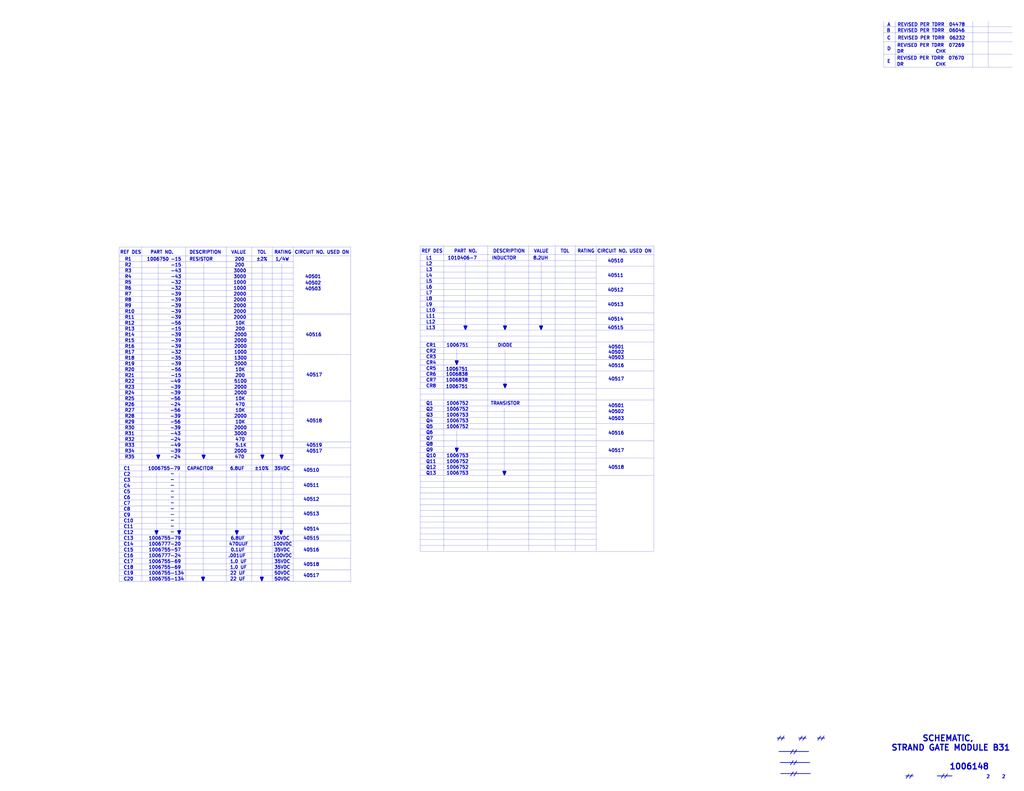
<source format=kicad_sch>
(kicad_sch (version 20211123) (generator eeschema)
  (paper "E")
  (lib_symbols)
  (polyline (pts (xy 130.175 355.6) (xy 320.04 355.6)) (stroke (width 0) (type solid)))
  (polyline (pts (xy 458.47 589.28) (xy 650.875 589.28)) (stroke (width 0) (type solid)))
  (polyline (pts (xy 964.311 23.241) (xy 964.311 73.279)) (stroke (width 0) (type solid)))
  (polyline (pts (xy 130.175 590.55) (xy 382.905 590.55)) (stroke (width 0) (type solid)))
  (polyline (pts (xy 458.47 544.83) (xy 650.875 544.83)) (stroke (width 0) (type solid)))
  (polyline (pts (xy 305.435 579.755) (xy 307.975 579.755)) (stroke (width 1.524) (type solid)))
  (polyline (pts (xy 508 286.385) (xy 508 359.41)) (stroke (width 0) (type solid)))
  (polyline (pts (xy 458.47 360.68) (xy 713.74 360.68)) (stroke (width 0) (type solid)))
  (polyline (pts (xy 551.18 381.635) (xy 551.18 422.91)) (stroke (width 0) (type solid)))
  (polyline (pts (xy 130.175 501.65) (xy 320.04 501.65)) (stroke (width 0) (type solid)))
  (polyline (pts (xy 130.175 342.9) (xy 382.905 342.9)) (stroke (width 0) (type solid)))
  (polyline (pts (xy 552.45 356.235) (xy 551.18 359.41)) (stroke (width 1.524) (type solid)))
  (polyline (pts (xy 458.47 424.18) (xy 713.74 424.18)) (stroke (width 0) (type solid)))
  (polyline (pts (xy 130.175 368.3) (xy 320.04 368.3)) (stroke (width 0) (type solid)))
  (polyline (pts (xy 130.175 584.2) (xy 382.905 584.2)) (stroke (width 0) (type solid)))
  (polyline (pts (xy 458.47 398.78) (xy 650.875 398.78)) (stroke (width 0) (type solid)))
  (polyline (pts (xy 497.205 394.335) (xy 499.745 394.335)) (stroke (width 1.524) (type solid)))
  (polyline (pts (xy 591.82 356.235) (xy 590.55 359.41)) (stroke (width 1.524) (type solid)))
  (polyline (pts (xy 458.47 481.33) (xy 713.74 481.33)) (stroke (width 0) (type solid)))
  (polyline (pts (xy 130.175 285.75) (xy 320.04 285.75)) (stroke (width 0) (type solid)))
  (polyline (pts (xy 130.175 514.35) (xy 320.04 514.35)) (stroke (width 0) (type solid)))
  (polyline (pts (xy 509.27 356.235) (xy 508 359.41)) (stroke (width 1.524) (type solid)))
  (polyline (pts (xy 285.75 515.62) (xy 285.75 633.73)) (stroke (width 0) (type solid)))
  (polyline (pts (xy 552.45 419.735) (xy 551.18 422.91)) (stroke (width 1.524) (type solid)))
  (polyline (pts (xy 320.04 269.875) (xy 320.04 635)) (stroke (width 0) (type solid)))
  (polyline (pts (xy 458.47 328.93) (xy 650.875 328.93)) (stroke (width 0) (type solid)))
  (polyline (pts (xy 130.175 349.25) (xy 320.04 349.25)) (stroke (width 0) (type solid)))
  (polyline (pts (xy 195.58 516.255) (xy 195.58 582.93)) (stroke (width 0) (type solid)))
  (polyline (pts (xy 458.47 468.63) (xy 650.875 468.63)) (stroke (width 0) (type solid)))
  (polyline (pts (xy 458.47 576.58) (xy 650.875 576.58)) (stroke (width 0) (type solid)))
  (polyline (pts (xy 498.475 492.76) (xy 497.205 489.585)) (stroke (width 1.524) (type solid)))
  (polyline (pts (xy 577.215 267.97) (xy 577.215 601.345)) (stroke (width 0) (type solid)))
  (polyline (pts (xy 307.34 287.655) (xy 307.34 500.38)) (stroke (width 0) (type solid)))
  (polyline (pts (xy 458.47 297.18) (xy 650.875 297.18)) (stroke (width 0) (type solid)))
  (polyline (pts (xy 130.175 419.1) (xy 320.04 419.1)) (stroke (width 0) (type solid)))
  (polyline (pts (xy 458.47 506.73) (xy 650.875 506.73)) (stroke (width 0) (type solid)))
  (polyline (pts (xy 130.175 317.5) (xy 320.04 317.5)) (stroke (width 0) (type solid)))
  (polyline (pts (xy 458.47 519.43) (xy 713.74 519.43)) (stroke (width 0) (type solid)))
  (polyline (pts (xy 130.175 400.05) (xy 320.04 400.05)) (stroke (width 0) (type solid)))
  (polyline (pts (xy 549.91 356.235) (xy 552.45 356.235)) (stroke (width 1.524) (type solid)))
  (polyline (pts (xy 605.79 267.97) (xy 605.79 601.345)) (stroke (width 0) (type solid)))
  (polyline (pts (xy 172.72 500.38) (xy 171.45 497.205)) (stroke (width 1.524) (type solid)))
  (polyline (pts (xy 306.705 582.93) (xy 305.435 579.755)) (stroke (width 1.524) (type solid)))
  (polyline (pts (xy 458.47 430.53) (xy 650.875 430.53)) (stroke (width 0) (type solid)))
  (polyline (pts (xy 1078.611 23.241) (xy 1078.611 73.279)) (stroke (width 0) (type solid)))
  (polyline (pts (xy 458.47 462.28) (xy 713.74 462.28)) (stroke (width 0) (type solid)))
  (polyline (pts (xy 130.175 469.9) (xy 320.04 469.9)) (stroke (width 0) (type solid)))
  (polyline (pts (xy 130.175 292.1) (xy 320.04 292.1)) (stroke (width 0) (type solid)))
  (polyline (pts (xy 257.175 579.755) (xy 259.715 579.755)) (stroke (width 1.524) (type solid)))
  (polyline (pts (xy 130.175 431.8) (xy 320.04 431.8)) (stroke (width 0) (type solid)))
  (polyline (pts (xy 458.47 595.63) (xy 650.875 595.63)) (stroke (width 0) (type solid)))
  (polyline (pts (xy 589.28 356.235) (xy 591.82 356.235)) (stroke (width 1.524) (type solid)))
  (polyline (pts (xy 130.175 374.65) (xy 320.04 374.65)) (stroke (width 0) (type solid)))
  (polyline (pts (xy 306.07 497.205) (xy 308.61 497.205)) (stroke (width 1.524) (type solid)))
  (polyline (pts (xy 458.47 487.68) (xy 650.875 487.68)) (stroke (width 0) (type solid)))
  (polyline (pts (xy 458.47 443.23) (xy 650.875 443.23)) (stroke (width 0) (type solid)))
  (polyline (pts (xy 458.47 347.98) (xy 650.875 347.98)) (stroke (width 0) (type solid)))
  (polyline (pts (xy 130.175 298.45) (xy 320.04 298.45)) (stroke (width 0) (type solid)))
  (polyline (pts (xy 964.311 29.21) (xy 1104.9 29.21)) (stroke (width 0) (type solid)))
  (polyline (pts (xy 306.705 516.255) (xy 306.705 582.93)) (stroke (width 0) (type solid)))
  (polyline (pts (xy 458.47 557.53) (xy 650.875 557.53)) (stroke (width 0) (type solid)))
  (polyline (pts (xy 130.175 406.4) (xy 320.04 406.4)) (stroke (width 0) (type solid)))
  (polyline (pts (xy 130.175 323.85) (xy 320.04 323.85)) (stroke (width 0) (type solid)))
  (polyline (pts (xy 285.75 633.73) (xy 284.48 630.555)) (stroke (width 1.524) (type solid)))
  (polyline (pts (xy 172.72 287.655) (xy 172.72 500.38)) (stroke (width 0) (type solid)))
  (polyline (pts (xy 220.345 630.555) (xy 222.885 630.555)) (stroke (width 1.524) (type solid)))
  (polyline (pts (xy 458.47 436.88) (xy 713.74 436.88)) (stroke (width 0) (type solid)))
  (polyline (pts (xy 506.73 356.235) (xy 509.27 356.235)) (stroke (width 1.524) (type solid)))
  (polyline (pts (xy 130.175 603.25) (xy 320.04 603.25)) (stroke (width 0) (type solid)))
  (polyline (pts (xy 196.85 579.755) (xy 195.58 582.93)) (stroke (width 1.524) (type solid)))
  (polyline (pts (xy 173.99 497.205) (xy 172.72 500.38)) (stroke (width 1.524) (type solid)))
  (polyline (pts (xy 458.47 417.83) (xy 650.875 417.83)) (stroke (width 0) (type solid)))
  (polyline (pts (xy 458.47 455.93) (xy 650.875 455.93)) (stroke (width 0) (type solid)))
  (polyline (pts (xy 130.175 393.7) (xy 320.04 393.7)) (stroke (width 0) (type solid)))
  (polyline (pts (xy 458.47 278.13) (xy 713.74 278.13)) (stroke (width 0) (type solid)))
  (polyline (pts (xy 550.545 445.135) (xy 550.545 518.16)) (stroke (width 0) (type solid)))
  (polyline (pts (xy 130.175 508) (xy 382.905 508)) (stroke (width 0) (type solid)))
  (polyline (pts (xy 130.175 596.9) (xy 320.04 596.9)) (stroke (width 0) (type solid)))
  (polyline (pts (xy 499.745 489.585) (xy 498.475 492.76)) (stroke (width 1.524) (type solid)))
  (polyline (pts (xy 130.175 330.2) (xy 320.04 330.2)) (stroke (width 0) (type solid)))
  (polyline (pts (xy 130.175 387.35) (xy 382.905 387.35)) (stroke (width 0) (type solid)))
  (polyline (pts (xy 170.815 582.93) (xy 169.545 579.755)) (stroke (width 1.524) (type solid)))
  (polyline (pts (xy 458.47 500.38) (xy 713.74 500.38)) (stroke (width 0) (type solid)))
  (polyline (pts (xy 130.175 450.85) (xy 320.04 450.85)) (stroke (width 0) (type solid)))
  (polyline (pts (xy 458.47 268.605) (xy 458.47 601.98)) (stroke (width 0) (type solid)))
  (polyline (pts (xy 287.02 630.555) (xy 285.75 633.73)) (stroke (width 1.524) (type solid)))
  (polyline (pts (xy 130.175 476.25) (xy 320.04 476.25)) (stroke (width 0) (type solid)))
  (polyline (pts (xy 458.47 373.38) (xy 713.74 373.38)) (stroke (width 0) (type solid)))
  (polyline (pts (xy 307.34 500.38) (xy 306.07 497.205)) (stroke (width 1.524) (type solid)))
  (polyline (pts (xy 130.175 546.1) (xy 320.04 546.1)) (stroke (width 0) (type solid)))
  (polyline (pts (xy 130.175 565.15) (xy 320.04 565.15)) (stroke (width 0) (type solid)))
  (polyline (pts (xy 458.47 513.08) (xy 650.875 513.08)) (stroke (width 0) (type solid)))
  (polyline (pts (xy 458.47 303.53) (xy 650.875 303.53)) (stroke (width 0) (type solid)))
  (polyline (pts (xy 259.715 579.755) (xy 258.445 582.93)) (stroke (width 1.524) (type solid)))
  (polyline (pts (xy 284.48 630.555) (xy 287.02 630.555)) (stroke (width 1.524) (type solid)))
  (polyline (pts (xy 307.975 579.755) (xy 306.705 582.93)) (stroke (width 1.524) (type solid)))
  (polyline (pts (xy 590.55 359.41) (xy 589.28 356.235)) (stroke (width 1.524) (type solid)))
  (polyline (pts (xy 458.47 494.03) (xy 650.875 494.03)) (stroke (width 0) (type solid)))
  (polyline (pts (xy 202.565 269.875) (xy 202.565 635)) (stroke (width 0) (type solid)))
  (polyline (pts (xy 458.47 290.83) (xy 713.74 290.83)) (stroke (width 0) (type solid)))
  (polyline (pts (xy 458.47 582.93) (xy 650.875 582.93)) (stroke (width 0) (type solid)))
  (polyline (pts (xy 549.275 514.985) (xy 551.815 514.985)) (stroke (width 1.524) (type solid)))
  (polyline (pts (xy 458.47 525.78) (xy 650.875 525.78)) (stroke (width 0) (type solid)))
  (polyline (pts (xy 221.615 515.62) (xy 221.615 633.73)) (stroke (width 0) (type solid)))
  (polyline (pts (xy 130.175 269.875) (xy 382.905 269.875)) (stroke (width 0) (type solid)))
  (polyline (pts (xy 130.175 552.45) (xy 382.905 552.45)) (stroke (width 0) (type solid)))
  (polyline (pts (xy 458.47 309.88) (xy 713.74 309.88)) (stroke (width 0) (type solid)))
  (polyline (pts (xy 498.475 469.9) (xy 498.475 492.76)) (stroke (width 0) (type solid)))
  (polyline (pts (xy 458.47 474.98) (xy 650.875 474.98)) (stroke (width 0) (type solid)))
  (polyline (pts (xy 130.175 495.3) (xy 320.04 495.3)) (stroke (width 0) (type solid)))
  (polyline (pts (xy 130.175 635) (xy 382.905 635)) (stroke (width 0) (type solid)))
  (polyline (pts (xy 247.015 269.875) (xy 247.015 635)) (stroke (width 0) (type solid)))
  (polyline (pts (xy 458.47 379.73) (xy 650.875 379.73)) (stroke (width 0) (type solid)))
  (polyline (pts (xy 274.955 269.875) (xy 274.955 635)) (stroke (width 0) (type solid)))
  (polyline (pts (xy 130.175 539.75) (xy 382.905 539.75)) (stroke (width 0) (type solid)))
  (polyline (pts (xy 964.311 45.466) (xy 1104.9 45.466)) (stroke (width 0) (type solid)))
  (polyline (pts (xy 130.175 279.4) (xy 382.905 279.4)) (stroke (width 0) (type solid)))
  (polyline (pts (xy 130.175 336.55) (xy 320.04 336.55)) (stroke (width 0) (type solid)))
  (polyline (pts (xy 498.475 381) (xy 498.475 397.51)) (stroke (width 0) (type solid)))
  (polyline (pts (xy 964.311 35.941) (xy 1104.9 35.941)) (stroke (width 0) (type solid)))
  (polyline (pts (xy 172.085 579.755) (xy 170.815 582.93)) (stroke (width 1.524) (type solid)))
  (polyline (pts (xy 458.47 411.48) (xy 650.875 411.48)) (stroke (width 0) (type solid)))
  (polyline (pts (xy 549.91 419.735) (xy 552.45 419.735)) (stroke (width 1.524) (type solid)))
  (polyline (pts (xy 130.175 311.15) (xy 320.04 311.15)) (stroke (width 0) (type solid)))
  (polyline (pts (xy 130.175 269.875) (xy 130.175 635)) (stroke (width 0) (type solid)))
  (polyline (pts (xy 550.545 518.16) (xy 549.275 514.985)) (stroke (width 1.524) (type solid)))
  (polyline (pts (xy 223.52 497.205) (xy 222.25 500.38)) (stroke (width 1.524) (type solid)))
  (polyline (pts (xy 169.545 579.755) (xy 172.085 579.755)) (stroke (width 1.524) (type solid)))
  (polyline (pts (xy 130.175 615.95) (xy 320.04 615.95)) (stroke (width 0) (type solid)))
  (polyline (pts (xy 458.47 386.08) (xy 650.875 386.08)) (stroke (width 0) (type solid)))
  (polyline (pts (xy 484.505 267.97) (xy 484.505 601.345)) (stroke (width 0) (type solid)))
  (polyline (pts (xy 130.175 361.95) (xy 320.04 361.95)) (stroke (width 0) (type solid)))
  (polyline (pts (xy 964.311 59.055) (xy 1104.9 59.055)) (stroke (width 0) (type solid)))
  (polyline (pts (xy 508 359.41) (xy 506.73 356.235)) (stroke (width 1.524) (type solid)))
  (polyline (pts (xy 221.615 633.73) (xy 220.345 630.555)) (stroke (width 1.524) (type solid)))
  (polyline (pts (xy 130.175 381) (xy 320.04 381)) (stroke (width 0) (type solid)))
  (polyline (pts (xy 154.94 269.875) (xy 154.94 635)) (stroke (width 0) (type solid)))
  (polyline (pts (xy 458.47 322.58) (xy 713.74 322.58)) (stroke (width 0) (type solid)))
  (polyline (pts (xy 194.31 579.755) (xy 196.85 579.755)) (stroke (width 1.524) (type solid)))
  (polyline (pts (xy 458.47 354.33) (xy 713.74 354.33)) (stroke (width 0) (type solid)))
  (polyline (pts (xy 287.655 497.205) (xy 286.385 500.38)) (stroke (width 1.524) (type solid)))
  (polyline (pts (xy 458.47 570.23) (xy 650.875 570.23)) (stroke (width 0) (type solid)))
  (polyline (pts (xy 130.175 304.8) (xy 320.04 304.8)) (stroke (width 0) (type solid)))
  (polyline (pts (xy 497.205 489.585) (xy 499.745 489.585)) (stroke (width 1.524) (type solid)))
  (polyline (pts (xy 458.47 551.18) (xy 650.875 551.18)) (stroke (width 0) (type solid)))
  (polyline (pts (xy 1061.593 23.241) (xy 1061.593 73.279)) (stroke (width 0) (type solid)))
  (polyline (pts (xy 130.175 463.55) (xy 320.04 463.55)) (stroke (width 0) (type solid)))
  (polyline (pts (xy 130.175 558.8) (xy 320.04 558.8)) (stroke (width 0) (type solid)))
  (polyline (pts (xy 130.175 622.3) (xy 382.905 622.3)) (stroke (width 0) (type solid)))
  (polyline (pts (xy 458.47 284.48) (xy 650.875 284.48)) (stroke (width 0) (type solid)))
  (polyline (pts (xy 297.18 269.875) (xy 297.18 635)) (stroke (width 0) (type solid)))
  (polyline (pts (xy 977.011 23.241) (xy 977.011 73.279)) (stroke (width 0) (type solid)))
  (polyline (pts (xy 171.45 497.205) (xy 173.99 497.205)) (stroke (width 1.524) (type solid)))
  (polyline (pts (xy 382.905 269.875) (xy 382.905 635)) (stroke (width 0) (type solid)))
  (polyline (pts (xy 222.25 500.38) (xy 220.98 497.205)) (stroke (width 1.524) (type solid)))
  (polyline (pts (xy 222.885 630.555) (xy 221.615 633.73)) (stroke (width 1.524) (type solid)))
  (polyline (pts (xy 130.175 425.45) (xy 320.04 425.45)) (stroke (width 0) (type solid)))
  (polyline (pts (xy 458.47 601.98) (xy 713.74 601.98)) (stroke (width 0) (type solid)))
  (polyline (pts (xy 458.47 367.03) (xy 650.875 367.03)) (stroke (width 0) (type solid)))
  (polyline (pts (xy 130.175 628.65) (xy 320.04 628.65)) (stroke (width 0) (type solid)))
  (polyline (pts (xy 130.175 527.05) (xy 320.04 527.05)) (stroke (width 0) (type solid)))
  (polyline (pts (xy 458.47 563.88) (xy 650.875 563.88)) (stroke (width 0) (type solid)))
  (polyline (pts (xy 130.175 488.95) (xy 382.905 488.95)) (stroke (width 0) (type solid)))
  (polyline (pts (xy 130.175 444.5) (xy 320.04 444.5)) (stroke (width 0) (type solid)))
  (polyline (pts (xy 286.385 500.38) (xy 285.115 497.205)) (stroke (width 1.524) (type solid)))
  (polyline (pts (xy 498.475 397.51) (xy 497.205 394.335)) (stroke (width 1.524) (type solid)))
  (polyline (pts (xy 458.47 449.58) (xy 650.875 449.58)) (stroke (width 0) (type solid)))
  (polyline (pts (xy 258.445 582.93) (xy 257.175 579.755)) (stroke (width 1.524) (type solid)))
  (polyline (pts (xy 130.175 571.5) (xy 382.905 571.5)) (stroke (width 0) (type solid)))
  (polyline (pts (xy 458.47 392.43) (xy 713.74 392.43)) (stroke (width 0) (type solid)))
  (polyline (pts (xy 195.58 582.93) (xy 194.31 579.755)) (stroke (width 1.524) (type solid)))
  (polyline (pts (xy 458.47 316.23) (xy 650.875 316.23)) (stroke (width 0) (type solid)))
  (polyline (pts (xy 170.815 516.255) (xy 170.815 582.93)) (stroke (width 0) (type solid)))
  (polyline (pts (xy 130.175 412.75) (xy 320.04 412.75)) (stroke (width 0) (type solid)))
  (polyline (pts (xy 650.875 267.97) (xy 650.875 601.345)) (stroke (width 0) (type solid)))
  (polyline (pts (xy 458.47 268.605) (xy 713.74 268.605)) (stroke (width 0) (type solid)))
  (polyline (pts (xy 130.175 457.2) (xy 320.04 457.2)) (stroke (width 0) (type solid)))
  (polyline (pts (xy 551.18 286.385) (xy 551.18 359.41)) (stroke (width 0) (type solid)))
  (polyline (pts (xy 551.18 359.41) (xy 549.91 356.235)) (stroke (width 1.524) (type solid)))
  (polyline (pts (xy 285.115 497.205) (xy 287.655 497.205)) (stroke (width 1.524) (type solid)))
  (polyline (pts (xy 220.98 497.205) (xy 223.52 497.205)) (stroke (width 1.524) (type solid)))
  (polyline (pts (xy 458.47 532.13) (xy 650.875 532.13)) (stroke (width 0) (type solid)))
  (polyline (pts (xy 130.175 577.85) (xy 320.04 577.85)) (stroke (width 0) (type solid)))
  (polyline (pts (xy 130.175 520.7) (xy 382.905 520.7)) (stroke (width 0) (type solid)))
  (polyline (pts (xy 628.015 267.97) (xy 628.015 601.345)) (stroke (width 0) (type solid)))
  (polyline (pts (xy 499.745 394.335) (xy 498.475 397.51)) (stroke (width 1.524) (type solid)))
  (polyline (pts (xy 308.61 497.205) (xy 307.34 500.38)) (stroke (width 1.524) (type solid)))
  (polyline (pts (xy 130.175 609.6) (xy 382.905 609.6)) (stroke (width 0) (type solid)))
  (polyline (pts (xy 286.385 287.655) (xy 286.385 500.38)) (stroke (width 0) (type solid)))
  (polyline (pts (xy 532.13 267.97) (xy 532.13 601.345)) (stroke (width 0) (type solid)))
  (polyline (pts (xy 130.175 482.6) (xy 382.905 482.6)) (stroke (width 0) (type solid)))
  (polyline (pts (xy 551.815 514.985) (xy 550.545 518.16)) (stroke (width 1.524) (type solid)))
  (polyline (pts (xy 458.47 335.28) (xy 650.875 335.28)) (stroke (width 0) (type solid)))
  (polyline (pts (xy 590.55 286.385) (xy 590.55 359.41)) (stroke (width 0) (type solid)))
  (polyline (pts (xy 130.175 533.4) (xy 320.04 533.4)) (stroke (width 0) (type solid)))
  (polyline (pts (xy 713.74 267.97) (xy 713.74 601.345)) (stroke (width 0) (type solid)))
  (polyline (pts (xy 458.47 538.48) (xy 650.875 538.48)) (stroke (width 0) (type solid)))
  (polyline (pts (xy 551.18 422.91) (xy 549.91 419.735)) (stroke (width 1.524) (type solid)))
  (polyline (pts (xy 458.47 405.13) (xy 713.74 405.13)) (stroke (width 0) (type solid)))
  (polyline (pts (xy 222.25 287.655) (xy 222.25 500.38)) (stroke (width 0) (type solid)))
  (polyline (pts (xy 130.175 438.15) (xy 382.905 438.15)) (stroke (width 0) (type solid)))
  (polyline (pts (xy 458.47 341.63) (xy 713.74 341.63)) (stroke (width 0) (type solid)))
  (polyline (pts (xy 964.311 73.279) (xy 1104.9 73.279)) (stroke (width 0) (type solid)))
  (polyline (pts (xy 258.445 516.255) (xy 258.445 582.93)) (stroke (width 0) (type solid)))
  (text "40503" (at 663.575 459.105 0) (effects (font (size 3.556 3.556) (thickness 0.7112) bold) (justify left bottom)))
  (text "R21" (at 135.89 412.115 0) (effects (font (size 3.556 3.556) (thickness 0.7112) bold) (justify left bottom)))
  (text "REF DES" (at 459.74 276.225 0) (effects (font (size 3.556 3.556) (thickness 0.7112) bold) (justify left bottom)))
  (text "40501" (at 332.74 304.165 0) (effects (font (size 3.556 3.556) (thickness 0.7112) bold) (justify left bottom)))
  (text "DR             CHK" (at 978.535 72.39 0) (effects (font (size 3.556 3.556) (thickness 0.7112) bold) (justify left bottom)))
  (text "-15" (at 186.055 412.115 0) (effects (font (size 3.556 3.556) (thickness 0.7112) bold) (justify left bottom)))
  (text "R11" (at 135.89 348.615 0) (effects (font (size 3.556 3.556) (thickness 0.7112) bold) (justify left bottom)))
  (text "1000" (at 255.27 386.715 0) (effects (font (size 3.556 3.556) (thickness 0.7112) bold) (justify left bottom)))
  (text "-" (at 185.42 544.83 0) (effects (font (size 3.556 3.556) (thickness 0.7112) bold) (justify left bottom)))
  (text "C9" (at 134.62 564.515 0) (effects (font (size 3.556 3.556) (thickness 0.7112) bold) (justify left bottom)))
  (text "L4" (at 464.82 302.895 0) (effects (font (size 3.556 3.556) (thickness 0.7112) bold) (justify left bottom)))
  (text "22 UF" (at 250.825 634.365 0) (effects (font (size 3.556 3.556) (thickness 0.7112) bold) (justify left bottom)))
  (text "L2" (at 464.82 290.195 0) (effects (font (size 3.556 3.556) (thickness 0.7112) bold) (justify left bottom)))
  (text "200" (at 256.54 412.115 0) (effects (font (size 3.556 3.556) (thickness 0.7112) bold) (justify left bottom)))
  (text "R28" (at 135.89 456.565 0) (effects (font (size 3.556 3.556) (thickness 0.7112) bold) (justify left bottom)))
  (text "1006753" (at 487.045 455.295 0) (effects (font (size 3.556 3.556) (thickness 0.7112) bold) (justify left bottom)))
  (text "R17" (at 135.89 386.715 0) (effects (font (size 3.556 3.556) (thickness 0.7112) bold) (justify left bottom)))
  (text "L13" (at 464.82 360.045 0) (effects (font (size 3.556 3.556) (thickness 0.7112) bold) (justify left bottom)))
  (text "C6" (at 134.62 545.465 0) (effects (font (size 3.556 3.556) (thickness 0.7112) bold) (justify left bottom)))
  (text "1006755-69" (at 161.925 615.315 0) (effects (font (size 3.556 3.556) (thickness 0.7112) bold) (justify left bottom)))
  (text "____________" (at 849.63 821.055 0) (effects (font (size 3.556 3.556) (thickness 0.7112) bold) (justify left bottom)))
  (text "40513" (at 330.835 563.245 0) (effects (font (size 3.556 3.556) (thickness 0.7112) bold) (justify left bottom)))
  (text "1000" (at 254.635 316.865 0) (effects (font (size 3.556 3.556) (thickness 0.7112) bold) (justify left bottom)))
  (text "L7" (at 464.82 321.945 0) (effects (font (size 3.556 3.556) (thickness 0.7112) bold) (justify left bottom)))
  (text "2000" (at 254.635 323.215 0) (effects (font (size 3.556 3.556) (thickness 0.7112) bold) (justify left bottom)))
  (text "L9" (at 464.82 334.645 0) (effects (font (size 3.556 3.556) (thickness 0.7112) bold) (justify left bottom)))
  (text "-39" (at 185.42 424.815 0) (effects (font (size 3.556 3.556) (thickness 0.7112) bold) (justify left bottom)))
  (text "50VDC" (at 299.085 628.015 0) (effects (font (size 3.556 3.556) (thickness 0.7112) bold) (justify left bottom)))
  (text "R34" (at 135.89 494.665 0) (effects (font (size 3.556 3.556) (thickness 0.7112) bold) (justify left bottom)))
  (text "R9" (at 135.89 335.915 0) (effects (font (size 3.556 3.556) (thickness 0.7112) bold) (justify left bottom)))
  (text "C10" (at 134.62 570.865 0) (effects (font (size 3.556 3.556) (thickness 0.7112) bold) (justify left bottom)))
  (text "±10%" (at 277.495 513.715 0) (effects (font (size 3.556 3.556) (thickness 0.7112) bold) (justify left bottom)))
  (text "C14" (at 134.62 596.265 0) (effects (font (size 3.556 3.556) (thickness 0.7112) bold) (justify left bottom)))
  (text "1300" (at 255.27 393.065 0) (effects (font (size 3.556 3.556) (thickness 0.7112) bold) (justify left bottom)))
  (text "L10" (at 464.82 340.995 0) (effects (font (size 3.556 3.556) (thickness 0.7112) bold) (justify left bottom)))
  (text "8.2UH" (at 581.66 283.845 0) (effects (font (size 3.556 3.556) (thickness 0.7112) bold) (justify left bottom)))
  (text "2000" (at 255.27 469.265 0) (effects (font (size 3.556 3.556) (thickness 0.7112) bold) (justify left bottom)))
  (text "R18" (at 135.89 393.065 0) (effects (font (size 3.556 3.556) (thickness 0.7112) bold) (justify left bottom)))
  (text "2000" (at 255.27 399.415 0) (effects (font (size 3.556 3.556) (thickness 0.7112) bold) (justify left bottom)))
  (text "1006838" (at 486.41 410.845 0) (effects (font (size 3.556 3.556) (thickness 0.7112) bold) (justify left bottom)))
  (text "1006752" (at 487.045 467.995 0) (effects (font (size 3.556 3.556) (thickness 0.7112) bold) (justify left bottom)))
  (text "C15" (at 134.62 602.615 0) (effects (font (size 3.556 3.556) (thickness 0.7112) bold) (justify left bottom)))
  (text "1006838" (at 486.41 417.195 0) (effects (font (size 3.556 3.556) (thickness 0.7112) bold) (justify left bottom)))
  (text "1006755-134" (at 161.925 634.365 0) (effects (font (size 3.556 3.556) (thickness 0.7112) bold) (justify left bottom)))
  (text "-32" (at 186.055 316.865 0) (effects (font (size 3.556 3.556) (thickness 0.7112) bold) (justify left bottom)))
  (text "REF DES" (at 130.81 277.495 0) (effects (font (size 3.556 3.556) (thickness 0.7112) bold) (justify left bottom)))
  (text "//" (at 891.794 808.228 0) (effects (font (size 3.556 3.556) (thickness 0.7112) bold) (justify left bottom)))
  (text "-" (at 185.42 582.93 0) (effects (font (size 3.556 3.556) (thickness 0.7112) bold) (justify left bottom)))
  (text "-39" (at 186.055 348.615 0) (effects (font (size 3.556 3.556) (thickness 0.7112) bold) (justify left bottom)))
  (text "R22" (at 135.89 418.465 0) (effects (font (size 3.556 3.556) (thickness 0.7112) bold) (justify left bottom)))
  (text "C19" (at 134.62 628.015 0) (effects (font (size 3.556 3.556) (thickness 0.7112) bold) (justify left bottom)))
  (text "R33" (at 135.89 488.315 0) (effects (font (size 3.556 3.556) (thickness 0.7112) bold) (justify left bottom)))
  (text "-39" (at 186.055 342.265 0) (effects (font (size 3.556 3.556) (thickness 0.7112) bold) (justify left bottom)))
  (text "//" (at 861.822 835.152 0) (effects (font (size 3.556 3.556) (thickness 0.7112) bold) (justify left bottom)))
  (text "1006753" (at 487.045 499.745 0) (effects (font (size 3.556 3.556) (thickness 0.7112) bold) (justify left bottom)))
  (text "1006752" (at 487.045 442.595 0) (effects (font (size 3.556 3.556) (thickness 0.7112) bold) (justify left bottom)))
  (text "1006148" (at 1035.812 840.867 0) (effects (font (size 6.35 6.35) (thickness 1.27) bold) (justify left bottom)))
  (text "1006752" (at 487.045 512.445 0) (effects (font (size 3.556 3.556) (thickness 0.7112) bold) (justify left bottom)))
  (text "-43" (at 186.055 297.815 0) (effects (font (size 3.556 3.556) (thickness 0.7112) bold) (justify left bottom)))
  (text "470" (at 256.54 443.865 0) (effects (font (size 3.556 3.556) (thickness 0.7112) bold) (justify left bottom)))
  (text "40518" (at 330.835 618.49 0) (effects (font (size 3.556 3.556) (thickness 0.7112) bold) (justify left bottom)))
  (text "L1" (at 464.82 283.845 0) (effects (font (size 3.556 3.556) (thickness 0.7112) bold) (justify left bottom)))
  (text "1006777-20" (at 161.925 596.265 0) (effects (font (size 3.556 3.556) (thickness 0.7112) bold) (justify left bottom)))
  (text "Q7" (at 464.82 480.695 0) (effects (font (size 3.556 3.556) (thickness 0.7112) bold) (justify left bottom)))
  (text "100VDC" (at 297.815 608.965 0) (effects (font (size 3.556 3.556) (thickness 0.7112) bold) (justify left bottom)))
  (text "R35" (at 135.89 501.015 0) (effects (font (size 3.556 3.556) (thickness 0.7112) bold) (justify left bottom)))
  (text "-" (at 185.42 563.88 0) (effects (font (size 3.556 3.556) (thickness 0.7112) bold) (justify left bottom)))
  (text "1006755-79" (at 161.925 589.915 0) (effects (font (size 3.556 3.556) (thickness 0.7112) bold) (justify left bottom)))
  (text "40514" (at 330.835 579.755 0) (effects (font (size 3.556 3.556) (thickness 0.7112) bold) (justify left bottom)))
  (text "40517" (at 330.835 630.555 0) (effects (font (size 3.556 3.556) (thickness 0.7112) bold) (justify left bottom)))
  (text "CR7" (at 464.82 417.195 0) (effects (font (size 3.556 3.556) (thickness 0.7112) bold) (justify left bottom)))
  (text "1006753" (at 487.045 461.645 0) (effects (font (size 3.556 3.556) (thickness 0.7112) bold) (justify left bottom)))
  (text "1/4W" (at 300.355 285.115 0) (effects (font (size 3.556 3.556) (thickness 0.7112) bold) (justify left bottom)))
  (text "40516" (at 663.575 401.32 0) (effects (font (size 3.556 3.556) (thickness 0.7112) bold) (justify left bottom)))
  (text "-" (at 185.42 570.23 0) (effects (font (size 3.556 3.556) (thickness 0.7112) bold) (justify left bottom)))
  (text "C1" (at 134.62 513.715 0) (effects (font (size 3.556 3.556) (thickness 0.7112) bold) (justify left bottom)))
  (text "40502" (at 332.74 311.15 0) (effects (font (size 3.556 3.556) (thickness 0.7112) bold) (justify left bottom)))
  (text "C4" (at 134.62 532.765 0) (effects (font (size 3.556 3.556) (thickness 0.7112) bold) (justify left bottom)))
  (text "-" (at 185.42 551.18 0) (effects (font (size 3.556 3.556) (thickness 0.7112) bold) (justify left bottom)))
  (text "40519" (at 334.01 488.315 0) (effects (font (size 3.556 3.556) (thickness 0.7112) bold) (justify left bottom)))
  (text "A   REVISED PER TDRR  04478" (at 968.121 28.956 0) (effects (font (size 3.556 3.556) (thickness 0.7112) bold) (justify left bottom)))
  (text "DIODE" (at 542.925 379.095 0) (effects (font (size 3.556 3.556) (thickness 0.7112) bold) (justify left bottom)))
  (text "200" (at 255.905 291.465 0) (effects (font (size 3.556 3.556) (thickness 0.7112) bold) (justify left bottom)))
  (text "Q1" (at 464.82 442.595 0) (effects (font (size 3.556 3.556) (thickness 0.7112) bold) (justify left bottom)))
  (text "___" (at 871.22 806.45 0) (effects (font (size 3.556 3.556) (thickness 0.7112) bold) (justify left bottom)))
  (text "R16" (at 135.89 380.365 0) (effects (font (size 3.556 3.556) (thickness 0.7112) bold) (justify left bottom)))
  (text "-39" (at 186.055 399.415 0) (effects (font (size 3.556 3.556) (thickness 0.7112) bold) (justify left bottom)))
  (text "40503" (at 332.74 317.5 0) (effects (font (size 3.556 3.556) (thickness 0.7112) bold) (justify left bottom)))
  (text "R14" (at 135.89 367.665 0) (effects (font (size 3.556 3.556) (thickness 0.7112) bold) (justify left bottom)))
  (text "R3" (at 135.89 297.815 0) (effects (font (size 3.556 3.556) (thickness 0.7112) bold) (justify left bottom)))
  (text "40502" (at 663.575 451.485 0) (effects (font (size 3.556 3.556) (thickness 0.7112) bold) (justify left bottom)))
  (text "40518" (at 663.575 512.445 0) (effects (font (size 3.556 3.556) (thickness 0.7112) bold) (justify left bottom)))
  (text "-39" (at 186.055 335.915 0) (effects (font (size 3.556 3.556) (thickness 0.7112) bold) (justify left bottom)))
  (text "-39" (at 186.055 323.215 0) (effects (font (size 3.556 3.556) (thickness 0.7112) bold) (justify left bottom)))
  (text "VALUE" (at 252.095 277.495 0) (effects (font (size 3.556 3.556) (thickness 0.7112) bold) (justify left bottom)))
  (text "E" (at 967.994 69.088 0) (effects (font (size 3.556 3.556) (thickness 0.7112) bold) (justify left bottom)))
  (text "R13" (at 135.89 361.315 0) (effects (font (size 3.556 3.556) (thickness 0.7112) bold) (justify left bottom)))
  (text "C18" (at 134.62 621.665 0) (effects (font (size 3.556 3.556) (thickness 0.7112) bold) (justify left bottom)))
  (text "RATING" (at 629.92 276.225 0) (effects (font (size 3.556 3.556) (thickness 0.7112) bold) (justify left bottom)))
  (text "C12" (at 134.62 583.565 0) (effects (font (size 3.556 3.556) (thickness 0.7112) bold) (justify left bottom)))
  (text "40514" (at 662.94 350.52 0) (effects (font (size 3.556 3.556) (thickness 0.7112) bold) (justify left bottom)))
  (text "10K" (at 256.54 354.965 0) (effects (font (size 3.556 3.556) (thickness 0.7112) bold) (justify left bottom)))
  (text "L5" (at 464.82 309.245 0) (effects (font (size 3.556 3.556) (thickness 0.7112) bold) (justify left bottom)))
  (text "35VDC" (at 299.085 602.615 0) (effects (font (size 3.556 3.556) (thickness 0.7112) bold) (justify left bottom)))
  (text "1006750" (at 160.02 285.115 0) (effects (font (size 3.556 3.556) (thickness 0.7112) bold) (justify left bottom)))
  (text "REVISED PER TDRR  07670" (at 978.662 65.532 0) (effects (font (size 3.556 3.556) (thickness 0.7112) bold) (justify left bottom)))
  (text "-35" (at 186.055 393.065 0) (effects (font (size 3.556 3.556) (thickness 0.7112) bold) (justify left bottom)))
  (text "R20" (at 135.89 405.765 0) (effects (font (size 3.556 3.556) (thickness 0.7112) bold) (justify left bottom)))
  (text "//" (at 848.106 808.228 0) (effects (font (size 3.556 3.556) (thickness 0.7112) bold) (justify left bottom)))
  (text "-39" (at 185.42 469.265 0) (effects (font (size 3.556 3.556) (thickness 0.7112) bold) (justify left bottom)))
  (text "1006751" (at 486.41 424.18 0) (effects (font (size 3.556 3.556) (thickness 0.7112) bold) (justify left bottom)))
  (text "1006755-69" (at 161.925 621.665 0) (effects (font (size 3.556 3.556) (thickness 0.7112) bold) (justify left bottom)))
  (text "-24" (at 185.42 443.865 0) (effects (font (size 3.556 3.556) (thickness 0.7112) bold) (justify left bottom)))
  (text "R23" (at 135.89 424.815 0) (effects (font (size 3.556 3.556) (thickness 0.7112) bold) (justify left bottom)))
  (text "B   REVISED PER TDRR  06046" (at 967.486 35.433 0) (effects (font (size 3.556 3.556) (thickness 0.7112) bold) (justify left bottom)))
  (text "2000" (at 255.27 431.165 0) (effects (font (size 3.556 3.556) (thickness 0.7112) bold) (justify left bottom)))
  (text "Q13" (at 464.82 518.795 0) (effects (font (size 3.556 3.556) (thickness 0.7112) bold) (justify left bottom)))
  (text "Q11" (at 464.82 506.095 0) (effects (font (size 3.556 3.556) (thickness 0.7112) bold) (justify left bottom)))
  (text "100VDC" (at 297.815 596.265 0) (effects (font (size 3.556 3.556) (thickness 0.7112) bold) (justify left bottom)))
  (text "R19" (at 135.89 399.415 0) (effects (font (size 3.556 3.556) (thickness 0.7112) bold) (justify left bottom)))
  (text "470UUF" (at 249.555 596.265 0) (effects (font (size 3.556 3.556) (thickness 0.7112) bold) (justify left bottom)))
  (text "470" (at 255.905 501.015 0) (effects (font (size 3.556 3.556) (thickness 0.7112) bold) (justify left bottom)))
  (text "DESCRIPTION" (at 206.375 277.495 0) (effects (font (size 3.556 3.556) (thickness 0.7112) bold) (justify left bottom)))
  (text "40515" (at 330.835 589.915 0) (effects (font (size 3.556 3.556) (thickness 0.7112) bold) (justify left bottom)))
  (text "CIRCUIT NO. USED ON" (at 321.31 277.495 0) (effects (font (size 3.556 3.556) (thickness 0.7112) bold) (justify left bottom)))
  (text "//" (at 988.187 849.884 0) (effects (font (size 3.556 3.556) (thickness 0.7112) bold) (justify left bottom)))
  (text "3000" (at 254.635 304.165 0) (effects (font (size 3.556 3.556) (thickness 0.7112) bold) (justify left bottom)))
  (text "-15" (at 186.055 361.315 0) (effects (font (size 3.556 3.556) (thickness 0.7112) bold) (justify left bottom)))
  (text "R15" (at 135.89 374.015 0) (effects (font (size 3.556 3.556) (thickness 0.7112) bold) (justify left bottom)))
  (text "-15" (at 186.055 291.465 0) (effects (font (size 3.556 3.556) (thickness 0.7112) bold) (justify left bottom)))
  (text "DESCRIPTION" (at 537.845 276.225 0) (effects (font (size 3.556 3.556) (thickness 0.7112) bold) (justify left bottom)))
  (text "2000" (at 255.27 424.815 0) (effects (font (size 3.556 3.556) (thickness 0.7112) bold) (justify left bottom)))
  (text "2     2" (at 1076.325 850.265 0) (effects (font (size 3.556 3.556) (thickness 0.7112) bold) (justify left bottom)))
  (text "1006752" (at 487.045 506.095 0) (effects (font (size 3.556 3.556) (thickness 0.7112) bold) (justify left bottom)))
  (text "PART NO." (at 495.3 276.225 0) (effects (font (size 3.556 3.556) (thickness 0.7112) bold) (justify left bottom)))
  (text "Q3" (at 464.82 455.295 0) (effects (font (size 3.556 3.556) (thickness 0.7112) bold) (justify left bottom)))
  (text "40518" (at 334.01 461.645 0) (effects (font (size 3.556 3.556) (thickness 0.7112) bold) (justify left bottom)))
  (text "-" (at 185.42 538.48 0) (effects (font (size 3.556 3.556) (thickness 0.7112) bold) (justify left bottom)))
  (text "-24" (at 185.42 501.015 0) (effects (font (size 3.556 3.556) (thickness 0.7112) bold) (justify left bottom)))
  (text "L11" (at 464.82 347.345 0) (effects (font (size 3.556 3.556) (thickness 0.7112) bold) (justify left bottom)))
  (text "C20" (at 134.62 634.365 0) (effects (font (size 3.556 3.556) (thickness 0.7112) bold) (justify left bottom)))
  (text "-39" (at 186.055 329.565 0) (effects (font (size 3.556 3.556) (thickness 0.7112) bold) (justify left bottom)))
  (text "______" (at 1022.35 847.725 0) (effects (font (size 3.556 3.556) (thickness 0.7112) bold) (justify left bottom)))
  (text "-" (at 185.42 532.13 0) (effects (font (size 3.556 3.556) (thickness 0.7112) bold) (justify left bottom)))
  (text "C5" (at 134.62 539.115 0) (effects (font (size 3.556 3.556) (thickness 0.7112) bold) (justify left bottom)))
  (text "CR4" (at 464.82 398.145 0) (effects (font (size 3.556 3.556) (thickness 0.7112) bold) (justify left bottom)))
  (text "-56" (at 185.42 437.515 0) (effects (font (size 3.556 3.556) (thickness 0.7112) bold) (justify left bottom)))
  (text "470" (at 256.54 481.965 0) (effects (font (size 3.556 3.556) (thickness 0.7112) bold) (justify left bottom)))
  (text "___" (at 847.725 806.45 0) (effects (font (size 3.556 3.556) (thickness 0.7112) bold) (justify left bottom)))
  (text "-" (at 185.42 576.58 0) (effects (font (size 3.556 3.556) (thickness 0.7112) bold) (justify left bottom)))
  (text "R6" (at 135.89 316.865 0) (effects (font (size 3.556 3.556) (thickness 0.7112) bold) (justify left bottom)))
  (text "10K" (at 256.54 437.515 0) (effects (font (size 3.556 3.556) (thickness 0.7112) bold) (justify left bottom)))
  (text "TRANSISTOR" (at 535.305 442.595 0) (effects (font (size 3.556 3.556) (thickness 0.7112) bold) (justify left bottom)))
  (text "-39" (at 186.055 380.365 0) (effects (font (size 3.556 3.556) (thickness 0.7112) bold) (justify left bottom)))
  (text "1.0 UF" (at 250.825 615.315 0) (effects (font (size 3.556 3.556) (thickness 0.7112) bold) (justify left bottom)))
  (text "40517" (at 663.575 494.03 0) (effects (font (size 3.556 3.556) (thickness 0.7112) bold) (justify left bottom)))
  (text "C11" (at 134.62 577.215 0) (effects (font (size 3.556 3.556) (thickness 0.7112) bold) (justify left bottom)))
  (text "40501" (at 663.575 381 0) (effects (font (size 3.556 3.556) (thickness 0.7112) bold) (justify left bottom)))
  (text "50VDC" (at 299.085 634.365 0) (effects (font (size 3.556 3.556) (thickness 0.7112) bold) (justify left bottom)))
  (text "-56" (at 186.055 405.765 0) (effects (font (size 3.556 3.556) (thickness 0.7112) bold) (justify left bottom)))
  (text "40516" (at 330.835 602.615 0) (effects (font (size 3.556 3.556) (thickness 0.7112) bold) (justify left bottom)))
  (text "TOL" (at 280.67 277.495 0) (effects (font (size 3.556 3.556) (thickness 0.7112) bold) (justify left bottom)))
  (text "40513" (at 662.94 334.645 0) (effects (font (size 3.556 3.556) (thickness 0.7112) bold) (justify left bottom)))
  (text "INDUCTOR" (at 536.575 283.845 0) (effects (font (size 3.556 3.556) (thickness 0.7112) bold) (justify left bottom)))
  (text "1006755-134" (at 161.925 628.015 0) (effects (font (size 3.556 3.556) (thickness 0.7112) bold) (justify left bottom)))
  (text "2000" (at 255.27 380.365 0) (effects (font (size 3.556 3.556) (thickness 0.7112) bold) (justify left bottom)))
  (text "REVISED PER TDRR  07269" (at 978.916 51.562 0) (effects (font (size 3.556 3.556) (thickness 0.7112) bold) (justify left bottom)))
  (text "R12" (at 135.89 354.965 0) (effects (font (size 3.556 3.556) (thickness 0.7112) bold) (justify left bottom)))
  (text "10K" (at 256.54 462.915 0) (effects (font (size 3.556 3.556) (thickness 0.7112) bold) (justify left bottom)))
  (text "R26" (at 135.89 443.865 0) (effects (font (size 3.556 3.556) (thickness 0.7112) bold) (justify left bottom)))
  (text "40517" (at 334.01 411.48 0) (effects (font (size 3.556 3.556) (thickness 0.7112) bold) (justify left bottom)))
  (text "-" (at 185.42 557.53 0) (effects (font (size 3.556 3.556) (thickness 0.7112) bold) (justify left bottom)))
  (text "40501" (at 663.575 445.135 0) (effects (font (size 3.556 3.556) (thickness 0.7112) bold) (justify left bottom)))
  (text "C17" (at 134.62 615.315 0) (effects (font (size 3.556 3.556) (thickness 0.7112) bold) (justify left bottom)))
  (text "5.1K" (at 256.54 488.315 0) (effects (font (size 3.556 3.556) (thickness 0.7112) bold) (justify left bottom)))
  (text "CR8" (at 464.82 423.545 0) (effects (font (size 3.556 3.556) (thickness 0.7112) bold) (justify left bottom)))
  (text "35VDC" (at 298.45 589.915 0) (effects (font (size 3.556 3.556) (thickness 0.7112) bold) (justify left bottom)))
  (text "35VDC" (at 299.085 621.665 0) (effects (font (size 3.556 3.556) (thickness 0.7112) bold) (justify left bottom)))
  (text "Q12" (at 464.82 512.445 0) (effects (font (size 3.556 3.556) (thickness 0.7112) bold) (justify left bottom)))
  (text "40512" (at 662.94 318.77 0) (effects (font (size 3.556 3.556) (thickness 0.7112) bold) (justify left bottom)))
  (text "6.8UF" (at 251.46 589.915 0) (effects (font (size 3.556 3.556) (thickness 0.7112) bold) (justify left bottom)))
  (text "DR             CHK" (at 978.662 58.166 0) (effects (font (size 3.556 3.556) (thickness 0.7112) bold) (justify left bottom)))
  (text "1010406-7" (at 488.315 283.845 0) (effects (font (size 3.556 3.556) (thickness 0.7112) bold) (justify left bottom)))
  (text "40511" (at 662.94 302.895 0) (effects (font (size 3.556 3.556) (thickness 0.7112) bold) (justify left bottom)))
  (text "-39" (at 186.055 367.665 0) (effects (font (size 3.556 3.556) (thickness 0.7112) bold) (justify left bottom)))
  (text "Q8" (at 464.82 487.045 0) (effects (font (size 3.556 3.556) (thickness 0.7112) bold) (justify left bottom)))
  (text "-24" (at 185.42 481.965 0) (effects (font (size 3.556 3.556) (thickness 0.7112) bold) (justify left bottom)))
  (text "//" (at 1026.414 849.63 0) (effects (font (size 3.556 3.556) (thickness 0.7112) bold) (justify left bottom)))
  (text "200" (at 255.905 285.115 0) (effects (font (size 3.556 3.556) (thickness 0.7112) bold) (justify left bottom)))
  (text "40510" (at 662.94 287.02 0) (effects (font (size 3.556 3.556) (thickness 0.7112) bold) (justify left bottom)))
  (text "0.1UF" (at 251.46 602.615 0) (effects (font (size 3.556 3.556) (thickness 0.7112) bold) (justify left bottom)))
  (text "R29" (at 135.89 462.915 0) (effects (font (size 3.556 3.556) (thickness 0.7112) bold) (justify left bottom)))
  (text "1006751" (at 486.41 405.13 0) (effects (font (size 3.556 3.556) (thickness 0.7112) bold) (justify left bottom)))
  (text "L6" (at 464.82 315.595 0) (effects (font (size 3.556 3.556) (thickness 0.7112) bold) (justify left bottom)))
  (text "R10" (at 135.89 342.265 0) (effects (font (size 3.556 3.556) (thickness 0.7112) bold) (justify left bottom)))
  (text "10K" (at 256.54 450.215 0) (effects (font (size 3.556 3.556) (thickness 0.7112) bold) (justify left bottom)))
  (text "2000" (at 254.635 329.565 0) (effects (font (size 3.556 3.556) (thickness 0.7112) bold) (justify left bottom)))
  (text "R31" (at 135.89 475.615 0) (effects (font (size 3.556 3.556) (thickness 0.7112) bold) (justify left bottom)))
  (text "R24" (at 135.89 431.165 0) (effects (font (size 3.556 3.556) (thickness 0.7112) bold) (justify left bottom)))
  (text "C3" (at 134.62 526.415 0) (effects (font (size 3.556 3.556) (thickness 0.7112) bold) (justify left bottom)))
  (text ".001UF" (at 248.92 608.965 0) (effects (font (size 3.556 3.556) (thickness 0.7112) bold) (justify left bottom)))
  (text "//" (at 861.949 823.087 0) (effects (font (size 3.556 3.556) (thickness 0.7112) bold) (justify left bottom)))
  (text "R30" (at 135.89 469.265 0) (effects (font (size 3.556 3.556) (thickness 0.7112) bold) (justify left bottom)))
  (text "40516" (at 663.575 474.98 0) (effects (font (size 3.556 3.556) (thickness 0.7112) bold) (justify left bottom)))
  (text "40517" (at 334.01 494.665 0) (effects (font (size 3.556 3.556) (thickness 0.7112) bold) (justify left bottom)))
  (text "___" (at 988.06 847.725 0) (effects (font (size 3.556 3.556) (thickness 0.7112) bold) (justify left bottom)))
  (text "R2" (at 135.89 291.465 0) (effects (font (size 3.556 3.556) (thickness 0.7112) bold) (justify left bottom)))
  (text "1006777-24" (at 161.925 608.965 0) (effects (font (size 3.556 3.556) (thickness 0.7112) bold) (justify left bottom)))
  (text "22 UF" (at 250.825 628.015 0) (effects (font (size 3.556 3.556) (thickness 0.7112) bold) (justify left bottom)))
  (text "2000" (at 255.27 374.015 0) (effects (font (size 3.556 3.556) (thickness 0.7112) bold) (justify left bottom)))
  (text "CR6" (at 464.82 410.845 0) (effects (font (size 3.556 3.556) (thickness 0.7112) bold) (justify left bottom)))
  (text "-" (at 185.42 525.78 0) (effects (font (size 3.556 3.556) (thickness 0.7112) bold) (justify left bottom)))
  (text "40502" (at 663.575 386.715 0) (effects (font (size 3.556 3.556) (thickness 0.7112) bold) (justify left bottom)))
  (text "CR5" (at 464.82 404.495 0) (effects (font (size 3.556 3.556) (thickness 0.7112) bold) (justify left bottom)))
  (text "Q2" (at 464.82 448.945 0) (effects (font (size 3.556 3.556) (thickness 0.7112) bold) (justify left bottom)))
  (text "-39" (at 185.42 431.165 0) (effects (font (size 3.556 3.556) (thickness 0.7112) bold) (justify left bottom)))
  (text "TOL" (at 611.505 276.225 0) (effects (font (size 3.556 3.556) (thickness 0.7112) bold) (justify left bottom)))
  (text "3000" (at 254.635 297.815 0) (effects (font (size 3.556 3.556) (thickness 0.7112) bold) (justify left bottom)))
  (text "-32" (at 186.055 386.715 0) (effects (font (size 3.556 3.556) (thickness 0.7112) bold) (justify left bottom)))
  (text "R4" (at 135.89 304.165 0) (effects (font (size 3.556 3.556) (thickness 0.7112) bold) (justify left bottom)))
  (text "PART NO." (at 163.83 277.495 0) (effects (font (size 3.556 3.556) (thickness 0.7112) bold) (justify left bottom)))
  (text "Q4" (at 464.82 461.645 0) (effects (font (size 3.556 3.556) (thickness 0.7112) bold) (justify left bottom)))
  (text "R5" (at 135.89 310.515 0) (effects (font (size 3.556 3.556) (thickness 0.7112) bold) (justify left bottom)))
  (text "R25" (at 135.89 437.515 0) (effects (font (size 3.556 3.556) (thickness 0.7112) bold) (justify left bottom)))
  (text "Q10" (at 464.82 499.745 0) (effects (font (size 3.556 3.556) (thickness 0.7112) bold) (justify left bottom)))
  (text "Q5" (at 464.82 467.995 0) (effects (font (size 3.556 3.556) (thickness 0.7112) bold) (justify left bottom)))
  (text "VALUE" (at 582.295 276.225 0) (effects (font (size 3.556 3.556) (thickness 0.7112) bold) (justify left bottom)))
  (text "L12" (at 464.82 353.695 0) (effects (font (size 3.556 3.556) (thickness 0.7112) bold) (justify left bottom)))
  (text "2000" (at 255.27 494.665 0) (effects (font (size 3.556 3.556) (thickness 0.7112) bold) (justify left bottom)))
  (text "//" (at 871.601 808.355 0) (effects (font (size 3.556 3.556) (thickness 0.7112) bold) (justify left bottom)))
  (text "200" (at 256.54 361.315 0) (effects (font (size 3.556 3.556) (thickness 0.7112) bold) (justify left bottom)))
  (text "CAPACITOR" (at 203.835 513.715 0) (effects (font (size 3.556 3.556) (thickness 0.7112) bold) (justify left bottom)))
  (text "D" (at 967.994 55.245 0) (effects (font (size 3.556 3.556) (thickness 0.7112) bold) (justify left bottom)))
  (text "C13" (at 134.62 589.915 0) (effects (font (size 3.556 3.556) (thickness 0.7112) bold) (justify left bottom)))
  (text "C   REVISED PER TDRR  06232" (at 967.867 43.561 0) (effects (font (size 3.556 3.556) (thickness 0.7112) bold) (justify left bottom)))
  (text "40511" (at 330.835 532.13 0) (effects (font (size 3.556 3.556) (thickness 0.7112) bold) (justify left bottom)))
  (text "C2" (at 134.62 520.065 0) (effects (font (size 3.556 3.556) (thickness 0.7112) bold) (justify left bottom)))
  (text "1006751" (at 487.045 379.095 0) (effects (font (size 3.556 3.556) (thickness 0.7112) bold) (justify left bottom)))
  (text "2000" (at 255.27 456.565 0) (effects (font (size 3.556 3.556) (thickness 0.7112) bold) (justify left bottom)))
  (text "40517" (at 663.575 415.925 0) (effects (font (size 3.556 3.556) (thickness 0.7112) bold) (justify left bottom)))
  (text "40515" (at 662.94 360.045 0) (effects (font (size 3.556 3.556) (thickness 0.7112) bold) (justify left bottom)))
  (text "RESISTOR" (at 206.375 285.115 0) (effects (font (size 3.556 3.556) (thickness 0.7112) bold) (justify left bottom)))
  (text "1006755-57" (at 161.925 602.615 0) (effects (font (size 3.556 3.556) (thickness 0.7112) bold) (justify left bottom)))
  (text "2000" (at 254.635 348.615 0) (effects (font (size 3.556 3.556) (thickness 0.7112) bold) (justify left bottom)))
  (text "-56" (at 186.055 354.965 0) (effects (font (size 3.556 3.556) (thickness 0.7112) bold) (justify left bottom)))
  (text "       SCHEMATIC,\nSTRAND GATE MODULE B31" (at 972.439 820.293 0) (effects (font (size 6.35 6.35) (thickness 1.27) bold) (justify left bottom)))
  (text "35VDC" (at 299.085 513.715 0) (effects (font (size 3.556 3.556) (thickness 0.7112) bold) (justify left bottom)))
  (text "2000" (at 255.27 367.665 0) (effects (font (size 3.556 3.556) (thickness 0.7112) bold) (justify left bottom)))
  (text "R7" (at 135.89 323.215 0) (effects (font (size 3.556 3.556) (thickness 0.7112) bold) (justify left bottom)))
  (text "____________" (at 850.9 833.12 0) (effects (font (size 3.556 3.556) (thickness 0.7112) bold) (justify left bottom)))
  (text "40503" (at 663.575 392.43 0) (effects (font (size 3.556 3.556) (thickness 0.7112) bold) (justify left bottom)))
  (text "C8" (at 134.62 558.165 0) (effects (font (size 3.556 3.556) (thickness 0.7112) bold) (justify left bottom)))
  (text "1006752" (at 487.045 448.945 0) (effects (font (size 3.556 3.556) (thickness 0.7112) bold) (justify left bottom)))
  (text "RATING" (at 299.085 277.495 0) (effects (font (size 3.556 3.556) (thickness 0.7112) bold) (justify left bottom)))
  (text "-15" (at 186.055 285.115 0) (effects (font (size 3.556 3.556) (thickness 0.7112) bold) (justify left bottom)))
  (text "1006753" (at 487.045 518.795 0) (effects (font (size 3.556 3.556) (thickness 0.7112) bold) (justify left bottom)))
  (text "CR1" (at 464.82 379.095 0) (effects (font (size 3.556 3.556) (thickness 0.7112) bold) (justify left bottom)))
  (text "R8" (at 135.89 329.565 0) (effects (font (size 3.556 3.556) (thickness 0.7112) bold) (justify left bottom)))
  (text "CIRCUIT NO. USED ON" (at 651.51 276.225 0) (effects (font (size 3.556 3.556) (thickness 0.7112) bold) (justify left bottom)))
  (text "±2%" (at 279.4 285.115 0) (effects (font (size 3.556 3.556) (thickness 0.7112) bold) (justify left bottom)))
  (text "CR3" (at 464.82 391.795 0) (effects (font (size 3.556 3.556) (thickness 0.7112) bold) (justify left bottom)))
  (text "2000" (at 254.635 335.915 0) (effects (font (size 3.556 3.556) (thickness 0.7112) bold) (justify left bottom)))
  (text "1006755-79" (at 161.29 513.715 0) (effects (font (size 3.556 3.556) (thickness 0.7112) bold) (justify left bottom)))
  (text "R27" (at 135.89 450.215 0) (effects (font (size 3.556 3.556) (thickness 0.7112) bold) (justify left bottom)))
  (text "L8" (at 464.82 328.295 0) (effects (font (size 3.556 3.556) (thickness 0.7112) bold) (justify left bottom)))
  (text "5100" (at 255.27 418.465 0) (effects (font (size 3.556 3.556) (thickness 0.7112) bold) (justify left bottom)))
  (text "L3" (at 464.82 296.545 0) (effects (font (size 3.556 3.556) (thickness 0.7112) bold) (justify left bottom)))
  (text "1.0 UF" (at 250.825 621.665 0) (effects (font (size 3.556 3.556) (thickness 0.7112) bold) (justify left bottom)))
  (text "10K" (at 256.54 405.765 0) (effects (font (size 3.556 3.556) (thickness 0.7112) bold) (justify left bottom)))
  (text "6.8UF" (at 250.825 513.715 0) (effects (font (size 3.556 3.556) (thickness 0.7112) bold) (justify left bottom)))
  (text "C7" (at 134.62 551.815 0) (effects (font (size 3.556 3.556) (thickness 0.7112) bold) (justify left bottom)))
  (text "-" (at 185.42 519.43 0) (effects (font (size 3.556 3.556) (thickness 0.7112) bold) (justify left bottom)))
  (text "R32" (at 135.89 481.965 0) (effects (font (size 3.556 3.556) (thickness 0.7112) bold) (justify left bottom)))
  (text "-39" (at 185.42 494.665 0) (effects (font (size 3.556 3.556) (thickness 0.7112) bold) (justify left bottom)))
  (text "CR2" (at 464.82 385.445 0) (effects (font (size 3.556 3.556) (thickness 0.7112) bold) (justify left bottom)))
  (text "40512" (at 330.835 547.37 0) (effects (font (size 3.556 3.556) (thickness 0.7112) bold) (justify left bottom)))
  (text "1000" (at 254.635 310.515 0) (effects (font (size 3.556 3.556) (thickness 0.7112) bold) (justify left bottom)))
  (text "-56" (at 185.42 462.915 0) (effects (font (size 3.556 3.556) (thickness 0.7112) bold) (justify left bottom)))
  (text "-56" (at 185.42 450.215 0) (effects (font (size 3.556 3.556) (thickness 0.7112) bold) (justify left bottom)))
  (text "R1" (at 135.89 285.115 0) (effects (font (size 3.556 3.556) (thickness 0.7112) bold) (justify left bottom)))
  (text "35VDC" (at 299.085 615.315 0) (effects (font (size 3.556 3.556) (thickness 0.7112) bold) (justify left bottom)))
  (text "C16" (at 134.62 608.965 0) (effects (font (size 3.556 3.556) (thickness 0.7112) bold) (justify left bottom)))
  (text "Q9" (at 464.82 493.395 0) (effects (font (size 3.556 3.556) (thickness 0.7112) bold) (justify left bottom)))
  (text "40516" (at 333.375 367.665 0) (effects (font (size 3.556 3.556) (thickness 0.7112) bold) (justify left bottom)))
  (text "-49" (at 185.42 418.465 0) (effects (font (size 3.556 3.556) (thickness 0.7112) bold) (justify left bottom)))
  (text "-39" (at 185.42 456.565 0) (effects (font (size 3.556 3.556) (thickness 0.7112) bold) (justify left bottom)))
  (text "-32" (at 186.055 310.515 0) (effects (font (size 3.556 3.556) (thickness 0.7112) bold) (justify left bottom)))
  (text "2000" (at 254.635 342.265 0) (effects (font (size 3.556 3.556) (thickness 0.7112) bold) (justify left bottom)))
  (text "____________" (at 851.535 845.185 0) (effects (font (size 3.556 3.556) (thickness 0.7112) bold) (justify left bottom)))
  (text "-39" (at 186.055 374.015 0) (effects (font (size 3.556 3.556) (thickness 0.7112) bold) (justify left bottom)))
  (text "-43" (at 185.42 475.615 0) (effects (font (size 3.556 3.556) (thickness 0.7112) bold) (justify left bottom)))
  (text "Q6" (at 464.82 474.345 0) (effects (font (size 3.556 3.556) (thickness 0.7112) bold) (justify left bottom)))
  (text "-43" (at 186.055 304.165 0) (effects (font (size 3.556 3.556) (thickness 0.7112) bold) (justify left bottom)))
  (text "-49" (at 185.42 488.315 0) (effects (font (size 3.556 3.556) (thickness 0.7112) bold) (justify left bottom)))
  (text "//" (at 861.949 847.344 0) (effects (font (size 3.556 3.556) (thickness 0.7112) bold) (justify left bottom)))
  (text "3000" (at 255.27 475.615 0) (effects (font (size 3.556 3.556) (thickness 0.7112) bold) (justify left bottom)))
  (text "___" (at 891.54 806.45 0) (effects (font (size 3.556 3.556) (thickness 0.7112) bold) (justify left bottom)))
  (text "40510" (at 330.835 515.62 0) (effects (font (size 3.556 3.556) (thickness 0.7112) bold) (justify left bottom)))
)
</source>
